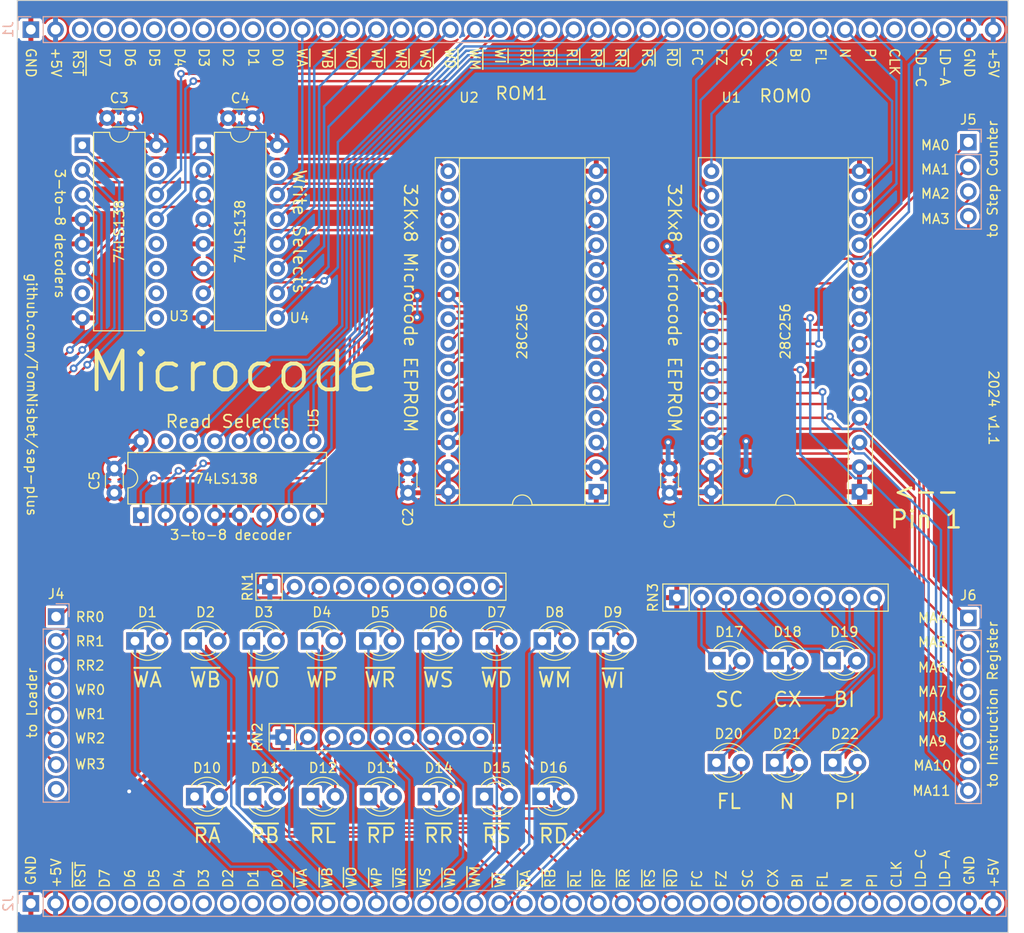
<source format=kicad_pcb>
(kicad_pcb (version 20240108) (generator "pcbnew") (generator_version "8.0")
  (title_block (title "SAP-Plus Microcode") (date "2024-11-30") (rev "1.1") (company "github.com/TomNisbet/sap-plus"))
  (layers (0 "F.Cu" signal) (31 "B.Cu" signal) (34 "B.Paste" user) (35 "F.Paste" user) (36 "B.SilkS" user "B.Silkscreen") (37 "F.SilkS" user "F.Silkscreen") (38 "B.Mask" user) (39 "F.Mask" user) (44 "Edge.Cuts" user))
  (net 0 "")
  (net 1 "+5V")
  (net 2 "PI")
  (net 3 "N")
  (net 4 "~{WA}")
  (net 5 "RR0")
  (net 6 "RR1")
  (net 7 "RR2")
  (net 8 "WR0")
  (net 9 "WR1")
  (net 10 "WR2")
  (net 11 "GND")
  (net 12 "MA3")
  (net 13 "MA2")
  (net 14 "MA1")
  (net 15 "MA0")
  (net 16 "MA11")
  (net 17 "MA10")
  (net 18 "MA9")
  (net 19 "MA8")
  (net 20 "MA7")
  (net 21 "MA6")
  (net 22 "MA5")
  (net 23 "MA4")
  (net 24 "~{WB}")
  (net 25 "~{WO}")
  (net 26 "~{WR}")
  (net 27 "~{WM}")
  (net 28 "~{WP}")
  (net 29 "Net-(D7-A)")
  (net 30 "~{WI}")
  (net 31 "~{RA}")
  (net 32 "Net-(D9-A)")
  (net 33 "~{RB}")
  (net 34 "Net-(D10-A)")
  (net 35 "Net-(D11-A)")
  (net 36 "~{RL}")
  (net 37 "Net-(D12-A)")
  (net 38 "~{RR}")
  (net 39 "Net-(D13-A)")
  (net 40 "~{RS}")
  (net 41 "Net-(D14-A)")
  (net 42 "~{RP}")
  (net 43 "~{WS}")
  (net 44 "~{WD}")
  (net 45 "LD-ACT")
  (net 46 "Net-(D8-A)")
  (net 47 "Net-(D15-A)")
  (net 48 "FL")
  (net 49 "BI")
  (net 50 "~{RD}")
  (net 51 "Net-(D16-A)")
  (net 52 "SC")
  (net 60 "CX")
  (net 61 "WR3")
  (net 94 "Net-(D1-A)")
  (net 95 "Net-(D2-A)")
  (net 96 "Net-(D3-A)")
  (net 97 "Net-(D4-A)")
  (net 98 "Net-(D5-A)")
  (net 99 "Net-(D6-A)")
  (net 100 "Net-(D17-K)")
  (net 101 "Net-(D18-K)")
  (net 102 "Net-(D19-K)")
  (net 103 "Net-(D20-K)")
  (net 104 "Net-(D21-K)")
  (net 105 "Net-(D22-K)")
  (footprint "Capacitor_THT:C_Disc_D3.0mm_W1.6mm_P2.50mm" (layer "F.Cu") (at 152.146 91.206 -90)
    (property "Reference" "C1")
    (property "Value" "0.1uF")
  )
  (footprint "Capacitor_THT:C_Disc_D3.0mm_W1.6mm_P2.50mm" (layer "F.Cu") (at 125.222 91.206 -90)
    (property "Reference" "C2")
    (property "Value" "0.1uF")
  )
  (footprint "Capacitor_THT:C_Disc_D3.0mm_W1.6mm_P2.50mm" (layer "F.Cu") (at 94.244 55.103)
    (property "Reference" "C3")
    (property "Value" "0.1uF")
  )
  (footprint "Package_DIP:DIP-28_W15.24mm_Socket" (layer "F.Cu") (at 144.6 93.6 180)
    (property "Reference" "U2")
    (property "Value" "28C256")
  )
  (footprint "Package_DIP:DIP-28_W15.24mm_Socket" (layer "F.Cu") (at 171.7 93.6 180)
    (property "Reference" "U1")
    (property "Value" "28C256")
  )
  (footprint "LED_THT:LED_D3.0mm" (layer "F.Cu") (at 97.117 108.966)
    (property "Reference" "D1")
    (property "Value" "~{WA}")
  )
  (footprint "LED_THT:LED_D3.0mm" (layer "F.Cu") (at 103.106625 108.966)
    (property "Reference" "D2")
    (property "Value" "~{WB}")
  )
  (footprint "LED_THT:LED_D3.0mm" (layer "F.Cu") (at 109.09625 108.966)
    (property "Reference" "D3")
    (property "Value" "~{WO}")
  )
  (footprint "LED_THT:LED_D3.0mm" (layer "F.Cu") (at 115.085875 108.966)
    (property "Reference" "D4")
    (property "Value" "~{WP}")
  )
  (footprint "LED_THT:LED_D3.0mm" (layer "F.Cu") (at 121.0755 108.966)
    (property "Reference" "D5")
    (property "Value" "~{WR}")
  )
  (footprint "LED_THT:LED_D3.0mm" (layer "F.Cu") (at 127.065125 108.966)
    (property "Reference" "D6")
    (property "Value" "~{WS}")
  )
  (footprint "LED_THT:LED_D3.0mm" (layer "F.Cu") (at 133.05475 108.966)
    (property "Reference" "D7")
    (property "Value" "~{WD}")
  )
  (footprint "LED_THT:LED_D3.0mm" (layer "F.Cu") (at 103.263001 125)
    (property "Reference" "D10")
    (property "Value" "~{RA}")
  )
  (footprint "LED_THT:LED_D3.0mm" (layer "F.Cu") (at 109.226334 125)
    (property "Reference" "D11")
    (property "Value" "~{RB}")
  )
  (footprint "LED_THT:LED_D3.0mm" (layer "F.Cu") (at 115.189667 125)
    (property "Reference" "D12")
    (property "Value" "~{RL}")
  )
  (footprint "LED_THT:LED_D3.0mm" (layer "F.Cu") (at 121.153 125)
    (property "Reference" "D13")
    (property "Value" "~{RP}")
  )
  (footprint "LED_THT:LED_D3.0mm" (layer "F.Cu") (at 127.116333 125)
    (property "Reference" "D14")
    (property "Value" "~{RR}")
  )
  (footprint "LED_THT:LED_D3.0mm" (layer "F.Cu") (at 133.079666 125)
    (property "Reference" "D15")
    (property "Value" "~{RS}")
  )
  (footprint "LED_THT:LED_D3.0mm" (layer "F.Cu") (at 139.044375 108.966)
    (property "Reference" "D8")
    (property "Value" "~{WM}")
  )
  (footprint "LED_THT:LED_D3.0mm" (layer "F.Cu") (at 157.024334 110.998)
    (property "Reference" "D17")
    (property "Value" "SC")
  )
  (footprint "LED_THT:LED_D3.0mm" (layer "F.Cu") (at 163.024334 110.998)
    (property "Reference" "D18")
    (property "Value" "CX")
  )
  (footprint "LED_THT:LED_D3.0mm" (layer "F.Cu") (at 168.866334 110.998)
    (property "Reference" "D19")
    (property "Value" "BI")
  )
  (footprint "LED_THT:LED_D3.0mm" (layer "F.Cu") (at 156.972 121.5)
    (property "Reference" "D20")
    (property "Value" "FL")
  )
  (footprint "LED_THT:LED_D3.0mm" (layer "F.Cu") (at 162.958666 121.5)
    (property "Reference" "D21")
    (property "Value" "N")
  )
  (footprint "LED_THT:LED_D3.0mm" (layer "F.Cu") (at 168.945334 121.5)
    (property "Reference" "D22")
    (property "Value" "PI")
  )
  (footprint "Package_DIP:DIP-16_W7.62mm" (layer "F.Cu") (at 91.694 57.912)
    (property "Reference" "U3")
    (property "Value" "74LS138")
  )
  (footprint "Resistor_THT:R_Array_SIP9" (layer "F.Cu") (at 112.368001 118.872)
    (property "Reference" "RN2")
    (property "Value" "R_GRN")
  )
  (footprint "LED_THT:LED_D3.0mm" (layer "F.Cu") (at 145.034 108.966)
    (property "Reference" "D9")
    (property "Value" "~{WI}")
  )
  (footprint "Capacitor_THT:C_Disc_D3.0mm_W1.6mm_P2.50mm" (layer "F.Cu") (at 94.996 93.706 90)
    (property "Reference" "C5")
    (property "Value" "0.1uF")
  )
  (footprint "Package_DIP:DIP-16_W7.62mm" (layer "F.Cu") (at 97.72 96.012 90)
    (property "Reference" "U5")
    (property "Value" "74LS138")
  )
  (footprint "Resistor_THT:R_Array_SIP9" (layer "F.Cu") (at 152.893 104.5)
    (property "Reference" "RN3")
    (property "Value" "R_BLU")
  )
  (footprint "Resistor_THT:R_Array_SIP10" (layer "F.Cu") (at 111.003 103.378)
    (property "Reference" "RN1")
    (property "Value" "R_RED")
  )
  (footprint "LED_THT:LED_D3.0mm" (layer "F.Cu") (at 138.928001 124.968)
    (property "Reference" "D16")
    (property "Value" "~{RD}")
  )
  (footprint "Package_DIP:DIP-16_W7.62mm" (layer "F.Cu") (at 104.14 57.912)
    (property "Reference" "U4")
    (property "Value" "74LS138")
  )
  (footprint "Capacitor_THT:C_Disc_D3.0mm_W1.6mm_P2.50mm" (layer "F.Cu") (at 106.7 55.118)
    (property "Reference" "C4")
    (property "Value" "0.1uF")
  )
  (footprint "Connector_PinHeader_2.54mm:PinHeader_1x40_P2.54mm_Vertical" (layer "B.Cu") (at 86.4 46 -90)
    (property "Reference" "J1")
    (property "Value" "Bus")
  )
  (footprint "Connector_PinHeader_2.54mm:PinHeader_1x04_P2.54mm_Vertical" (layer "B.Cu") (at 182.9 57.6 180)
    (property "Reference" "J5")
    (property "Value" "to Step Counter")
  )
  (footprint "Connector_PinHeader_2.54mm:PinHeader_1x40_P2.54mm_Vertical" (layer "B.Cu") (at 86.4 136 -90)
    (property "Reference" "J2")
    (property "Value" "Bus")
  )
  (footprint "Connector_PinHeader_2.54mm:PinHeader_1x08_P2.54mm_Vertical" (layer "B.Cu") (at 182.9 106.6 180)
    (property "Reference" "J6")
    (property "Value" "to Instruction Register")
  )
  (footprint "Connector_PinHeader_2.54mm:PinHeader_1x08_P2.54mm_Vertical" (layer "B.Cu") (at 89 106.46 180)
    (property "Reference" "J4")
    (property "Value" "to Loader")
  )
  (gr_line (start 85 139) (end 85 43) (stroke (width 0.1)) (layer "Edge.Cuts"))
  (gr_line (start 187 43) (end 187 139) (stroke (width 0.1)) (layer "Edge.Cuts"))
  (gr_line (start 85 43) (end 187 43) (stroke (width 0.1)) (layer "Edge.Cuts"))
  (gr_line (start 187 139) (end 85 139) (stroke (width 0.1)) (layer "Edge.Cuts"))
  (gr_text "GND" (at 86.4 134.2 90) (layer "F.SilkS") (effects (font (size 1 1)) (justify left)))
  (gr_text "+5V" (at 185.5 134.5 90) (layer "F.SilkS") (effects (font (size 1 1)) (justify left)))
  (gr_text "~{WP}" (at 122 47.8 270) (layer "F.SilkS") (effects (font (size 1 1)) (justify left)))
  (gr_text "~{WR}" (at 124.5 47.8 270) (layer "F.SilkS") (effects (font (size 1 1)) (justify left)))
  (gr_text "~{WM}" (at 132.1 47.8 270) (layer "F.SilkS") (effects (font (size 1 1)) (justify left)))
  (gr_text "~{RA}" (at 137.3 47.8 270) (layer "F.SilkS") (effects (font (size 1 1)) (justify left)))
  (gr_text "~{WI}" (at 134.7 47.8 270) (layer "F.SilkS") (effects (font (size 1 1)) (justify left)))
  (gr_text "~{WO}" (at 119.4 47.8 270) (layer "F.SilkS") (effects (font (size 1 1)) (justify left)))
  (gr_text "~{WB}" (at 116.9 47.8 270) (layer "F.SilkS") (effects (font (size 1 1)) (justify left)))
  (gr_text "~{RB}" (at 139.7 47.8 270) (layer "F.SilkS") (effects (font (size 1 1)) (justify left)))
  (gr_text "D2" (at 106.7 47.8 270) (layer "F.SilkS") (effects (font (size 1 1)) (justify left)))
  (gr_text "D7" (at 94 47.8 270) (layer "F.SilkS") (effects (font (size 1 1)) (justify left)))
  (gr_text "D6" (at 96.6 47.8 270) (layer "F.SilkS") (effects (font (size 1 1)) (justify left)))
  (gr_text "D3" (at 104.2 47.8 270) (layer "F.SilkS") (effects (font (size 1 1)) (justify left)))
  (gr_text "~{WA}" (at 114.3 47.8 270) (layer "F.SilkS") (effects (font (size 1 1)) (justify left)))
  (gr_text "D5" (at 99.1 47.8 270) (layer "F.SilkS") (effects (font (size 1 1)) (justify left)))
  (gr_text "D0" (at 111.8 47.8 270) (layer "F.SilkS") (effects (font (size 1 1)) (justify left)))
  (gr_text "D4" (at 101.7 47.8 270) (layer "F.SilkS") (effects (font (size 1 1)) (justify left)))
  (gr_text "GND" (at 86.4 47.8 270) (layer "F.SilkS") (effects (font (size 1 1)) (justify left)))
  (gr_text "CX" (at 162.6 47.8 270) (layer "F.SilkS") (effects (font (size 1 1)) (justify left)))
  (gr_text "+5V" (at 185.5 47.8 270) (layer "F.SilkS") (effects (font (size 1 1)) (justify left)))
  (gr_text "N" (at 170.2 47.8 270) (layer "F.SilkS") (effects (font (size 1 1)) (justify left)))
  (gr_text "FZ" (at 157.48 47.8 270) (layer "F.SilkS") (effects (font (size 1 1)) (justify left)))
  (gr_text "~{RST}" (at 91.25 48 270) (layer "F.SilkS") (effects (font (size 1 1)) (justify left)))
  (gr_text "BI" (at 165.1 47.8 270) (layer "F.SilkS") (effects (font (size 1 1)) (justify left)))
  (gr_text "PI" (at 172.8 47.8 270) (layer "F.SilkS") (effects (font (size 1 1)) (justify left)))
  (gr_text "~{RR}" (at 147.08 47.8 270) (layer "F.SilkS") (effects (font (size 1 1)) (justify left)))
  (gr_text "~{RP}" (at 144.58 47.8 270) (layer "F.SilkS") (effects (font (size 1 1)) (justify left)))
  (gr_text "CLK" (at 175.3 47.8 270) (layer "F.SilkS") (effects (font (size 1 1)) (justify left)))
  (gr_text "~{RL}" (at 142.08 47.8 270) (layer "F.SilkS") (effects (font (size 1 1)) (justify left)))
  (gr_text "SC" (at 160.02 47.8 270) (layer "F.SilkS") (effects (font (size 1 1)) (justify left)))
  (gr_text "FC" (at 154.98 47.8 270) (layer "F.SilkS") (effects (font (size 1 1)) (justify left)))
  (gr_text "FL" (at 167.7 47.8 270) (layer "F.SilkS") (effects (font (size 1 1)) (justify left)))
  (gr_text "D1" (at 109.3 47.8 270) (layer "F.SilkS") (effects (font (size 1 1)) (justify left)))
  (gr_text "2024 v${REVISION}" (at 185.5 81 270) (layer "F.SilkS") (effects (font (size 1 1)) (justify left)))
  (gr_text "${COMPANY}" (at 86.5 71 270) (layer "F.SilkS") (effects (font (size 1 1)) (justify left)))
  (gr_text "MA1" (at 179.5 60.4 0) (layer "F.SilkS") (effects (font (size 1 1))))
  (gr_text "MA2" (at 179.5 62.9 0) (layer "F.SilkS") (effects (font (size 1 1))))
  (gr_text "MA3" (at 179.5 65.5 0) (layer "F.SilkS") (effects (font (size 1 1))))
  (gr_text "MA11" (at 179.1 124.4 0) (layer "F.SilkS") (effects (font (size 1 1))))
  (gr_text "MA7" (at 179.2 114.2 0) (layer "F.SilkS") (effects (font (size 1 1))))
  (gr_text "MA8" (at 179.2 116.8 0) (layer "F.SilkS") (effects (font (size 1 1))))
  (gr_text "MA6" (at 179.2 111.7 0) (layer "F.SilkS") (effects (font (size 1 1))))
  (gr_text "MA5" (at 179.2 109.1 0) (layer "F.SilkS") (effects (font (size 1 1))))
  (gr_text "MA10" (at 179.2 121.8 0) (layer "F.SilkS") (effects (font (size 1 1))))
  (gr_text "MA4" (at 179.2 106.6 0) (layer "F.SilkS") (effects (font (size 1 1))))
  (gr_text "MA9" (at 179.2 119.3 0) (layer "F.SilkS") (effects (font (size 1 1))))
  (gr_text "N" (at 170.4 134.5 90) (layer "F.SilkS") (effects (font (size 1 1)) (justify left)))
  (gr_text "D7" (at 94 134.5 90) (layer "F.SilkS") (effects (font (size 1 1)) (justify left)))
  (gr_text "~{WB}" (at 116.9 134.5 90) (layer "F.SilkS") (effects (font (size 1 1)) (justify left)))
  (gr_text "~{WD}" (at 129.54 134.5 90) (layer "F.SilkS") (effects (font (size 1 1)) (justify left)))
  (gr_text "Write Selects" (at 113.284 66.802 -90) (layer "F.SilkS") (effects (font (size 1.3 1.3) (thickness 0.17)) (justify bottom)))
  (gr_text "32Kx8 Microcode EEPROM" (at 151.892 74.676 270) (layer "F.SilkS") (effects (font (size 1.3 1.3) (thickness 0.17)) (justify bottom)))
  (gr_text "~{WD}" (at 129.54 47.8 270) (layer "F.SilkS") (effects (font (size 1 1)) (justify left)))
  (gr_text "FZ" (at 157.48 134.5 90) (layer "F.SilkS") (effects (font (size 1 1)) (justify left)))
  (gr_text "Read Selects" (at 106.68 87.122 0) (layer "F.SilkS") (effects (font (size 1.3 1.3) (thickness 0.17)) (justify bottom)))
  (gr_text "D0" (at 111.8 134.5 90) (layer "F.SilkS") (effects (font (size 1 1)) (justify left)))
  (gr_text "BI" (at 165.3 134.5 90) (layer "F.SilkS") (effects (font (size 1 1)) (justify left)))
  (gr_text "~{RL}" (at 142.514 134.5 90) (layer "F.SilkS") (effects (font (size 1 1)) (justify left)))
  (gr_text "D2" (at 106.7 134.5 90) (layer "F.SilkS") (effects (font (size 1 1)) (justify left)))
  (gr_text "RR0" (at 92.5 106.5 0) (layer "F.SilkS") (effects (font (size 1 1))))
  (gr_text "32Kx8 Microcode EEPROM" (at 124.714 74.676 270) (layer "F.SilkS") (effects (font (size 1.3 1.3) (thickness 0.17)) (justify bottom)))
  (gr_text "~{RA}" (at 137.314 134.5 90) (layer "F.SilkS") (effects (font (size 1 1)) (justify left)))
  (gr_text "WR3" (at 92.5 121.666 0) (layer "F.SilkS") (effects (font (size 1 1))))
  (gr_text "RR1" (at 92.5 109 0) (layer "F.SilkS") (effects (font (size 1 1))))
  (gr_text "~{WM}" (at 132.114 134.5 90) (layer "F.SilkS") (effects (font (size 1 1)) (justify left)))
  (gr_text "~{WS}" (at 127 134.5 90) (layer "F.SilkS") (effects (font (size 1 1)) (justify left)))
  (gr_text "~{WO}" (at 119.4 134.5 90) (layer "F.SilkS") (effects (font (size 1 1)) (justify left)))
  (gr_text "~{RD}" (at 152.4 47.752 270) (layer "F.SilkS") (effects (font (size 1 1)) (justify left)))
  (gr_text "<--\nPin 1" (at 178.562 94.996 0) (layer "F.SilkS") (effects (font (size 1.8 1.8) (thickness 0.25))))
  (gr_text "~{RST}" (at 91.5 134.5 90) (layer "F.SilkS") (effects (font (size 1 1)) (justify left)))
  (gr_text "CLK" (at 175.5 134.5 90) (layer "F.SilkS") (effects (font (size 1 1)) (justify left)))
  (gr_text "RR2" (at 92.5 111.5 0) (layer "F.SilkS") (effects (font (size 1 1))))
  (gr_text "~{WA}" (at 114.3 134.5 90) (layer "F.SilkS") (effects (font (size 1 1)) (justify left)))
  (gr_text "~{RS}" (at 149.83 47.8 270) (layer "F.SilkS") (effects (font (size 1 1)) (justify left)))
  (gr_text "D6" (at 96.6 134.5 90) (layer "F.SilkS") (effects (font (size 1 1)) (justify left)))
  (gr_text "MA0" (at 179.5 57.9 0) (layer "F.SilkS") (effects (font (size 1 1))))
  (gr_text "D1" (at 109.3 134.5 90) (layer "F.SilkS") (effects (font (size 1 1)) (justify left)))
  (gr_text "~{RS}" (at 150.114 134.5 90) (layer "F.SilkS") (effects (font (size 1 1)) (justify left)))
  (gr_text "D4" (at 101.7 134.5 90) (layer "F.SilkS") (effects (font (size 1 1)) (justify left)))
  (gr_text "+5V" (at 89 134.5 90) (layer "F.SilkS") (effects (font (size 1 1)) (justify left)))
  (gr_text "LD-A" (at 180.5 134.5 90) (layer "F.SilkS") (effects (font (size 1 1)) (justify left)))
  (gr_text "~{WS}" (at 127 47.8 270) (layer "F.SilkS") (effects (font (size 1 1)) (justify left)))
  (gr_text "D5" (at 99.1 134.5 90) (layer "F.SilkS") (effects (font (size 1 1)) (justify left)))
  (gr_text "WR1" (at 92.5 116.5 0) (layer "F.SilkS") (effects (font (size 1 1))))
  (gr_text "~{RP}" (at 145.014 134.5 90) (layer "F.SilkS") (effects (font (size 1 1)) (justify left)))
  (gr_text "LD-A" (at 180.5 47.8 270) (layer "F.SilkS") (effects (font (size 1 1)) (justify left)))
  (gr_text "WR2" (at 92.5 119 0) (layer "F.SilkS") (effects (font (size 1 1))))
  (gr_text "~{RB}" (at 139.864 134.5 90) (layer "F.SilkS") (effects (font (size 1 1)) (justify left)))
  (gr_text "~{RR}" (at 147.514 134.5 90) (layer "F.SilkS") (effects (font (size 1 1)) (justify left)))
  (gr_text "PI" (at 173 134.5 90) (layer "F.SilkS") (effects (font (size 1 1)) (justify left)))
  (gr_text "FL" (at 167.9 134.5 90) (layer "F.SilkS") (effects (font (size 1 1)) (justify left)))
  (gr_text "GND" (at 183 134.2 90) (layer "F.SilkS") (effects (font (size 1 1)) (justify left)))
  (gr_text "CX" (at 162.8 134.5 90) (layer "F.SilkS") (effects (font (size 1 1)) (justify left)))
  (gr_text "Microcode" (at 91.948 83.566 0) (layer "F.SilkS") (effects (font (size 4 4) (thickness 0.4)) (justify left bottom)))
  (gr_text "~{RD}" (at 152.4 134.5 90) (layer "F.SilkS") (effects (font (size 1 1)) (justify left)))
  (gr_text "~{WI}" (at 134.714 134.5 90) (layer "F.SilkS") (effects (font (size 1 1)) (justify left)))
  (gr_text "FC" (at 154.98 134.5 90) (layer "F.SilkS") (effects (font (size 1 1)) (justify left)))
  (gr_text "LD-C" (at 178 134.5 90) (layer "F.SilkS") (effects (font (size 1 1)) (justify left)))
  (gr_text "LD-C" (at 178 47.8 270) (layer "F.SilkS") (effects (font (size 1 1)) (justify left)))
  (gr_text "SC" (at 160.2 134.5 90) (layer "F.SilkS") (effects (font (size 1 1)) (justify left)))
  (gr_text "D3" (at 104.2 134.5 90) (layer "F.SilkS") (effects (font (size 1 1)) (justify left)))
  (gr_text "WR0" (at 92.5 114 0) (layer "F.SilkS") (effects (font (size 1 1))))
  (gr_text "+5V" (at 89 47.75 270) (layer "F.SilkS") (effects (font (size 1 1)) (justify left)))
  (gr_text "~{WP}" (at 122 134.5 90) (layer "F.SilkS") (effects (font (size 1 1)) (justify left)))
  (gr_text "GND" (at 183 47.8 270) (layer "F.SilkS") (effects (font (size 1 1)) (justify left)))
  (gr_text "~{WR}" (at 124.5 134.5 90) (layer "F.SilkS") (effects (font (size 1 1)) (justify left)))
  (segment (start 94.996 91.116) (end 97.72 88.392) (width 0.5) (layer "F.Cu") (net 1))
  (segment (start 109.2 55.352) (end 111.76 57.912) (width 0.5) (layer "F.Cu") (net 1))
  (segment (start 96.744 55.342) (end 99.314 57.912) (width 0.5) (layer "F.Cu") (net 1))
  (segment (start 102.108 118.872) (end 96.52 124.46) (width 0.5) (layer "F.Cu") (net 1))
  (segment (start 94.996 91.206) (end 94.996 91.116) (width 0.5) (layer "F.Cu") (net 1))
  (segment (start 129.254 93.706) (end 129.36 93.6) (width 0.5) (layer "F.Cu") (net 1))
  (segment (start 125.222 93.706) (end 129.254 93.706) (width 0.5) (layer "F.Cu") (net 1))
  (segment (start 156.354 93.706) (end 156.46 93.6) (width 0.5) (layer "F.Cu") (net 1))
  (segment (start 96.744 55.103) (end 96.744 55.342) (width 0.5) (layer "F.Cu") (net 1))
  (segment (start 152.146 93.706) (end 156.354 93.706) (width 0.5) (layer "F.Cu") (net 1))
  (segment (start 112.368001 118.872) (end 102.108 118.872) (width 0.5) (layer "F.Cu") (net 1))
  (segment (start 109.2 55.118) (end 109.2 55.352) (width 0.5) (layer "F.Cu") (net 1))
  (via (at 96.52 124.46) (size 0.8) (drill 0.4) (layers "F.Cu" "B.Cu") (net 1))
  (segment (start 172.76 124.26) (end 171.485334 122.985334) (width 0.25) (layer "F.Cu") (net 2))
  (segment (start 172.76 136) (end 172.76 124.26) (width 0.25) (layer "F.Cu") (net 2))
  (segment (start 171.485334 122.985334) (end 171.485334 121.5) (width 0.25) (layer "F.Cu") (net 2))
  (segment (start 176 63.9) (end 176 49.24) (width 0.25) (layer "B.Cu") (net 2))
  (segment (start 176 49.24) (end 172.76 46) (width 0.25) (layer "B.Cu") (net 2))
  (segment (start 171.7 68.2) (end 176 63.9) (width 0.25) (layer "B.Cu") (net 2))
  (segment (start 170.22 130.22) (end 164.736666 124.736666) (width 0.25) (layer "F.Cu") (net 3))
  (segment (start 164.736666 124.736666) (end 164.736666 122.262) (width 0.25) (layer "F.Cu") (net 3))
  (segment (start 170.22 136) (end 170.22 130.22) (width 0.25) (layer "F.Cu") (net 3))
  (segment (start 164.736666 122.262) (end 165.498666 121.5) (width 0.25) (layer "F.Cu") (net 3))
  (segment (start 175.5 51.28) (end 170.22 46) (width 0.25) (layer "B.Cu") (net 3))
  (segment (start 175.5 61.86) (end 175.5 51.28) (width 0.25) (layer "B.Cu") (net 3))
  (segment (start 171.7 65.66) (end 175.5 61.86) (width 0.25) (layer "B.Cu") (net 3))
  (segment (start 114.34 135.63) (end 110.925 132.215) (width 0.25) (layer "B.Cu") (net 4))
  (segment (start 114.34 46) (end 114.34 60.412) (width 0.25) (layer "B.Cu") (net 4))
  (segment (start 114.34 60.412) (end 111.76 62.992) (width 0.25) (layer "B.Cu") (net 4))
  (segment (start 114.34 136) (end 114.34 135.63) (width 0.25) (layer "B.Cu") (net 4))
  (segment (start 106.975 132.215) (end 97.117 122.357) (width 0.25) (layer "B.Cu") (net 4))
  (segment (start 97.117 122.357) (end 97.117 108.966) (width 0.25) (layer "B.Cu") (net 4))
  (segment (start 110.925 132.215) (end 106.975 132.215) (width 0.25) (layer "B.Cu") (net 4))
  (segment (start 89 106.46) (end 89.374 106.46) (width 0.25) (layer "F.Cu") (net 5))
  (segment (start 99.06 92.202) (end 116.586 92.202) (width 0.25) (layer "F.Cu") (net 5))
  (segment (start 120.142 78.106396) (end 123.748396 74.5) (width 0.25) (layer "F.Cu") (net 5))
  (segment (start 123.748396 74.5) (end 138.3 74.5) (width 0.25) (layer "F.Cu") (net 5))
  (segment (start 138.3 74.5) (end 144.6 68.2) (width 0.25) (layer "F.Cu") (net 5))
  (segment (start 89.374 106.46) (end 97.72 98.114) (width 0.25) (layer "F.Cu") (net 5))
  (segment (start 116.586 92.202) (end 120.142 88.646) (width 0.25) (layer "F.Cu") (net 5))
  (segment (start 120.142 88.646) (end 120.142 78.106396) (width 0.25) (layer "F.Cu") (net 5))
  (segment (start 97.72 98.114) (end 97.72 96.012) (width 0.25) (layer "F.Cu") (net 5))
  (via (at 99.06 92.202) (size 0.8) (drill 0.4) (layers "F.Cu" "B.Cu") (net 5))
  (segment (start 99.06 92.202) (end 97.72 93.542) (width 0.25) (layer "B.Cu") (net 5))
  (segment (start 97.72 93.542) (end 97.72 96.012) (width 0.25) (layer "B.Cu") (net 5))
  (segment (start 119.692 88.459604) (end 119.692 77.92) (width 0.25) (layer "F.Cu") (net 6))
  (segment (start 138.26 72) (end 144.6 65.66) (width 0.25) (layer "F.Cu") (net 6))
  (segment (start 125.612 72) (end 138.26 72) (width 0.25) (layer "F.Cu") (net 6))
  (segment (start 119.692 77.92) (end 125.612 72) (width 0.25) (layer "F.Cu") (net 6))
  (segment (start 116.711604 91.44) (end 119.692 88.459604) (width 0.25) (layer "F.Cu") (net 6))
  (segment (start 100.26 97.74) (end 100.26 96.012) (width 0.25) (layer "F.Cu") (net 6))
  (segment (start 101.6 91.44) (end 116.711604 91.44) (width 0.25) (layer "F.Cu") (net 6))
  (segment (start 89 109) (end 100.26 97.74) (width 0.25) (layer "F.Cu") (net 6))
  (via (at 101.6 91.44) (size 0.8) (drill 0.4) (layers "F.Cu" "B.Cu") (net 6))
  (segment (start 100.26 92.78) (end 100.26 96.012) (width 0.25) (layer "B.Cu") (net 6))
  (segment (start 101.6 91.44) (end 100.26 92.78) (width 0.25) (layer "B.Cu") (net 6))
  (segment (start 116.837208 90.678) (end 119.242 88.273208) (width 0.25) (layer "F.Cu") (net 7))
  (segment (start 119.242 88.273208) (end 119.242 77.608) (width 0.25) (layer "F.Cu") (net 7))
  (segment (start 102.8 97.74) (end 102.8 96.012) (width 0.25) (layer "F.Cu") (net 7))
  (segment (start 119.242 77.608) (end 127.35 69.5) (width 0.25) (layer "F.Cu") (net 7))
  (segment (start 89 111.54) (end 102.8 97.74) (width 0.25) (layer "F.Cu") (net 7))
  (segment (start 104.14 90.678) (end 116.837208 90.678) (width 0.25) (layer "F.Cu") (net 7))
  (segment (start 127.35 69.5) (end 138.22 69.5) (width 0.25) (layer "F.Cu") (net 7))
  (segment (start 138.22 69.5) (end 144.6 63.12) (width 0.25) (layer "F.Cu") (net 7))
  (via (at 104.14 90.678) (size 0.8) (drill 0.4) (layers "F.Cu" "B.Cu") (net 7))
  (segment (start 102.8 92.018) (end 102.8 96.012) (width 0.25) (layer "B.Cu") (net 7))
  (segment (start 104.14 90.678) (end 102.8 92.018) (width 0.25) (layer "B.Cu") (net 7))
  (segment (start 87.884 84.836) (end 87.884 105.226) (width 0.25) (layer "F.Cu") (net 8))
  (segment (start 102.87 59.182) (end 104.14 57.912) (width 0.25) (layer "F.Cu") (net 8))
  (segment (start 91.694 57.912) (end 92.964 59.182) (width 0.25) (layer "F.Cu") (net 8))
  (segment (start 92.202 80.518) (end 87.884 84.836) (width 0.25) (layer "F.Cu") (net 8))
  (segment (start 104.14 57.912) (end 105.555 59.327) (width 0.25) (layer "F.Cu") (net 8))
  (segment (start 87.825 105.285) (end 87.825 112.905) (width 0.25) (layer "F.Cu") (net 8))
  (segment (start 92.964 59.182) (end 102.87 59.182) (width 0.25) (layer "F.Cu") (net 8))
  (segment (start 105.555 59.327) (end 128.107 59.327) (width 0.25) (layer "F.Cu") (net 8))
  (segment (start 87.884 105.226) (end 87.825 105.285) (width 0.25) (layer "F.Cu") (net 8))
  (segment (start 87.825 112.905) (end 89 114.08) (width 0.25) (layer "F.Cu") (net 8))
  (segment (start 128.107 59.327) (end 129.36 60.58) (width 0.25) (layer "F.Cu") (net 8))
  (via (at 92.202 80.518) (size 0.8) (drill 0.4) (layers "F.Cu" "B.Cu") (net 8))
  (segment (start 95.504 77.216) (end 95.504 61.722) (width 0.25) (layer "B.Cu") (net 8))
  (segment (start 92.202 80.518) (end 95.504 77.216) (width 0.25) (layer "B.Cu") (net 8))
  (segment (start 95.504 61.722) (end 91.694 57.912) (width 0.25) (layer "B.Cu") (net 8))
  (segment (start 102.87 61.722) (end 104.14 60.452) (width 0.25) (layer "F.Cu") (net 9))
  (segment (start 105.555 61.867) (end 128.107 61.867) (width 0.25) (layer "F.Cu") (net 9))
  (segment (start 87.376 105.097604) (end 87.375 105.098604) (width 0.25) (layer "F.Cu") (net 9))
  (segment (start 91.694 60.452) (end 92.964 61.722) (width 0.25) (layer "F.Cu") (net 9))
  (segment (start 87.376 84.328) (end 87.376 105.097604) (width 0.25) (layer "F.Cu") (net 9))
  (segment (start 92.964 61.722) (end 102.87 61.722) (width 0.25) (layer "F.Cu") (net 9))
  (segment (start 87.375 114.995) (end 89 116.62) (width 0.25) (layer "F.Cu") (net 9))
  (segment (start 90.800347 80.894347) (end 90.800347 80.903653) (width 0.25) (layer "F.Cu") (net 9))
  (segment (start 128.107 61.867) (end 129.36 63.12) (width 0.25) (layer "F.Cu") (net 9))
  (segment (start 104.14 60.452) (end 105.555 61.867) (width 0.25) (layer "F.Cu") (net 9))
  (segment (start 87.375 105.098604) (end 87.375 114.995) (width 0.25) (layer "F.Cu") (net 9))
  (segment (start 90.800347 80.903653) (end 87.376 84.328) (width 0.25) (layer "F.Cu") (net 9))
  (via (at 90.800347 80.894347) (size 0.8) (drill 0.4) (layers "F.Cu" "B.Cu") (net 9))
  (segment (start 90.800347 80.894347) (end 91.901694 79.793) (width 0.25) (layer "B.Cu") (net 9))
  (segment (start 91.901694 79.793) (end 91.911 79.793) (width 0.25) (layer "B.Cu") (net 9))
  (segment (start 94.996 63.754) (end 91.694 60.452) (width 0.25) (layer "B.Cu") (net 9))
  (segment (start 94.996 76.708) (end 94.996 63.754) (width 0.25) (layer "B.Cu") (net 9))
  (segment (start 91.911 79.793) (end 94.996 76.708) (width 0.25) (layer "B.Cu") (net 9))
  (segment (start 102.87 64.262) (end 104.14 62.992) (width 0.25) (layer "F.Cu") (net 10))
  (segment (start 127.817 64.117) (end 129.36 65.66) (width 0.25) (layer "F.Cu") (net 10))
  (segment (start 91.689347 78.989347) (end 91.680042 78.989347) (width 0.25) (layer "F.Cu") (net 10))
  (segment (start 91.694 62.992) (end 92.964 64.262) (width 0.25) (layer "F.Cu") (net 10))
  (segment (start 92.964 64.262) (end 102.87 64.262) (width 0.25) (layer "F.Cu") (net 10))
  (segment (start 105.265 64.117) (end 127.817 64.117) (width 0.25) (layer "F.Cu") (net 10))
  (segment (start 104.14 62.992) (end 105.265 64.117) (width 0.25) (layer "F.Cu") (net 10))
  (segment (start 86.868 83.801389) (end 86.868 117.028) (width 0.25) (layer "F.Cu") (net 10))
  (segment (start 91.680042 78.989347) (end 86.868 83.801389) (width 0.25) (layer "F.Cu") (net 10))
  (segment (start 86.868 117.028) (end 89 119.16) (width 0.25) (layer "F.Cu") (net 10))
  (via (at 91.689347 78.989347) (size 0.8) (drill 0.4) (layers "F.Cu" "B.Cu") (net 10))
  (segment (start 91.694 62.992) (end 93.668 64.966) (width 0.25) (layer "B.Cu") (net 10))
  (segment (start 93.668 64.966) (end 93.668 77.010694) (width 0.25) (layer "B.Cu") (net 10))
  (segment (start 93.668 77.010694) (end 91.689347 78.989347) (width 0.25) (layer "B.Cu") (net 10))
  (via (at 126.15 75.63) (size 0.8) (drill 0.4) (layers "F.Cu" "B.Cu") (net 11))
  (via (at 126.18 73.41) (size 0.8) (drill 0.4) (layers "F.Cu" "B.Cu") (net 11))
  (via (at 160.02 88.392) (size 0.8) (drill 0.4) (layers "F.Cu" "B.Cu") (net 11))
  (via (at 151.892 68.326) (size 0.8) (drill 0.4) (layers "F.Cu" "B.Cu") (net 11))
  (via (at 152 88.5) (size 0.8) (drill 0.4) (layers "F.Cu" "B.Cu") (net 11))
  (via (at 160.02 91.44) (size 0.8) (drill 0.4) (layers "F.Cu" "B.Cu") (net 11))
  (segment (start 130.485 87.395) (end 129.36 88.52) (width 0.25) (layer "B.Cu") (net 11))
  (segment (start 160.02 88.392) (end 160.02 91.44) (width 0.5) (layer "B.Cu") (net 11))
  (segment (start 130.485 74.405) (end 130.485 87.395) (width 0.25) (layer "B.Cu") (net 11))
  (segment (start 129.36 73.28) (end 130.485 74.405) (width 0.25) (layer "B.Cu") (net 11))
  (segment (start 126.15 75.63) (end 126.18 75.6) (width 0.25) (layer "B.Cu") (net 11))
  (segment (start 156.46 73.28) (end 157.585 74.405) (width 0.25) (layer "B.Cu") (net 11))
  (segment (start 126.18 75.6) (end 126.18 73.41) (width 0.25) (layer "B.Cu") (net 11))
  (segment (start 157.585 74.405) (end 157.585 87.395) (width 0.25) (layer "B.Cu") (net 11))
  (segment (start 151.892 68.326) (end 151.892 68.712) (width 0.25) (layer "B.Cu") (net 11))
  (segment (start 152 88.5) (end 152 91.06) (width 0.5) (layer "B.Cu") (net 11))
  (segment (start 152 91.06) (end 152.146 91.206) (width 0.5) (layer "B.Cu") (net 11))
  (segment (start 151.892 68.712) (end 156.46 73.28) (width 0.25) (layer "B.Cu") (net 11))
  (segment (start 157.585 87.395) (end 156.46 88.52) (width 0.25) (layer "B.Cu") (net 11))
  (segment (start 182.9 65.22) (end 182.9 67.16) (width 0.25) (layer "F.Cu") (net 12))
  (segment (start 170.285 79.775) (end 146.015 79.775) (width 0.25) (layer "F.Cu") (net 12))
  (segment (start 171.7 78.36) (end 170.285 79.775) (width 0.25) (layer "F.Cu") (net 12))
  (segment (start 146.015 79.775) (end 144.6 78.36) (width 0.25) (layer "F.Cu") (net 12))
  (segment (start 182.9 67.16) (end 171.7 78.36) (width 0.25) (layer "F.Cu") (net 12))
  (segment (start 175 71.458299) (end 175 72.52) (width 0.25) (layer "F.Cu") (net 13))
  (segment (start 182.9 63.558299) (end 175 71.458299) (width 0.25) (layer "F.Cu") (net 13))
  (segment (start 145.725 76.945) (end 144.6 75.82) (width 0.25) (layer "F.Cu") (net 13))
  (segment (start 175 72.52) (end 171.7 75.82) (width 0.25) (layer "F.Cu") (net 13))
  (segment (start 170.575 76.945) (end 145.725 76.945) (width 0.25) (layer "F.Cu") (net 13))
  (segment (start 182.9 62.68) (end 182.9 63.558299) (width 0.25) (layer "F.Cu") (net 13))
  (segment (start 171.7 75.82) (end 170.575 76.945) (width 0.25) (layer "F.Cu") (net 13))
  (segment (start 171.7 73.28) (end 170.556 72.136) (width 0.25) (layer "F.Cu") (net 14))
  (segment (start 182.9 60.14) (end 174 69.04) (width 0.25) (layer "F.Cu") (net 14))
  (segment (start 170.556 72.136) (end 145.744 72.136) (width 0.25) (layer "F.Cu") (net 14))
  (segment (start 145.744 72.136) (end 144.6 73.28) (width 0.25) (layer "F.Cu") (net 14))
  (segment (start 174 69.04) (end 174 70.98) (width 0.25) (layer "F.Cu") (net 14))
  (segment (start 174 70.98) (end 171.7 73.28) (width 0.25) (layer "F.Cu") (net 14))
  (segment (start 145.744 69.596) (end 144.6 70.74) (width 0.25) (layer "F.Cu") (net 15))
  (segment (start 172.825 69.615) (end 171.7 70.74) (width 0.25) (layer "F.Cu") (net 15))
  (segment (start 170.556 69.596) (end 145.744 69.596) (width 0.25) (layer "F.Cu") (net 15))
  (segment (start 182.9 57.6) (end 172.825 67.675) (width 0.25) (layer "F.Cu") (net 15))
  (segment (start 172.825 67.675) (end 172.825 69.615) (width 0.25) (layer "F.Cu") (net 15))
  (segment (start 171.7 70.74) (end 170.556 69.596) (width 0.25) (layer "F.Cu") (net 15))
  (segment (start 130.485 79.775) (end 129.36 80.9) (width 0.25) (layer "F.Cu") (net 16))
  (segment (start 156.46 80.9) (end 146.190991 80.9) (width 0.25) (layer "F.Cu") (net 16))
  (segment (start 156.586 81.026) (end 156.46 80.9) (width 0.25) (layer "F.Cu") (net 16))
  (segment (start 145.065991 79.775) (end 130.485 79.775) (width 0.25) (layer "F.Cu") (net 16))
  (segment (start 165.608 81.026) (end 156.586 81.026) (width 0.25) (layer "F.Cu") (net 16))
  (segment (start 146.190991 80.9) (end 145.065991 79.775) (width 0.25) (layer "F.Cu") (net 16))
  (via (at 165.608 81.026) (size 0.8) (drill 0.4) (layers "F.Cu" "B.Cu") (net 16))
  (segment (start 178.816 102.966) (end 178.816 120.296) (width 0.25) (layer "B.Cu") (net 16))
  (segment (start 165.608 89.758) (end 178.816 102.966) (width 0.25) (layer "B.Cu") (net 16))
  (segment (start 178.816 120.296) (end 182.9 124.38) (width 0.25) (layer "B.Cu") (net 16))
  (segment (start 165.608 81.026) (end 165.608 89.758) (width 0.25) (layer "B.Cu") (net 16))
  (segment (start 129.43 75.75) (end 129.36 75.82) (width 0.25) (layer "F.Cu") (net 17))
  (segment (start 166.496 75.82) (end 156.46 75.82) (width 0.25) (layer "F.Cu") (net 17))
  (segment (start 166.624 75.692) (end 166.496 75.82) (width 0.25) (layer "F.Cu") (net 17))
  (segment (start 143.469504 74.695) (end 142.414504 75.75) (width 0.25) (layer "F.Cu") (net 17))
  (segment (start 142.414504 75.75) (end 129.43 75.75) (width 0.25) (layer "F.Cu") (net 17))
  (segment (start 156.46 75.82) (end 155.335 74.695) (width 0.25) (layer "F.Cu") (net 17))
  (segment (start 155.335 74.695) (end 143.469504 74.695) (width 0.25) (layer "F.Cu") (net 17))
  (via (at 166.624 75.692) (size 0.8) (drill 0.4) (layers "F.Cu" "B.Cu") (net 17))
  (segment (start 179.578 99.228) (end 172.552 92.202) (width 0.25) (layer "B.Cu") (net 17))
  (segment (start 182.9 121.84) (end 179.578 118.518) (width 0.25) (layer "B.Cu") (net 17))
  (segment (start 179.578 118.518) (end 179.578 99.228) (width 0.25) (layer "B.Cu") (net 17))
  (segment (start 172.552 92.202) (end 171.251009 92.202) (width 0.25) (layer "B.Cu") (net 17))
  (segment (start 171.251009 92.202) (end 166.624 87.574991) (width 0.25) (layer "B.Cu") (net 17))
  (segment (start 166.624 87.574991) (end 166.624 75.692) (width 0.25) (layer "B.Cu") (net 17))
  (segment (start 130.485 82.315) (end 129.36 83.44) (width 0.25) (layer "F.Cu") (net 18))
  (segment (start 156.46 83.44) (end 146.190991 83.44) (width 0.25) (layer "F.Cu") (net 18))
  (segment (start 146.190991 83.44) (end 145.065991 82.315) (width 0.25) (layer "F.Cu") (net 18))
  (segment (start 167.766 83.44) (end 156.46 83.44) (width 0.25) (layer "F.Cu") (net 18))
  (segment (start 145.065991 82.315) (end 130.485 82.315) (width 0.25) (layer "F.Cu") (net 18))
  (segment (start 167.894 83.312) (end 167.766 83.44) (width 0.25) (layer "F.Cu") (net 18))
  (via (at 167.894 83.312) (size 0.8) (drill 0.4) (layers "F.Cu" "B.Cu") (net 18))
  (segment (start 167.894 86.304991) (end 167.894 83.312) (width 0.25) (layer "B.Cu") (net 18))
  (segment (start 180.086 97.565009) (end 172.165991 89.645) (width 0.25) (layer "B.Cu") (net 18))
  (segment (start 171.234009 89.645) (end 167.894 86.304991) (width 0.25) (layer "B.Cu") (net 18))
  (segment (start 172.165991 89.645) (end 171.234009 89.645) (width 0.25) (layer "B.Cu") (net 18))
  (segment (start 180.086 116.486) (end 180.086 97.565009) (width 0.25) (layer "B.Cu") (net 18))
  (segment (start 182.9 119.3) (end 180.086 116.486) (width 0.25) (layer "B.Cu") (net 18))
  (segment (start 168.528 85.98) (end 156.46 85.98) (width 0.25) (layer "F.Cu") (net 19))
  (segment (start 168.656 85.852) (end 168.528 85.98) (width 0.25) (layer "F.Cu") (net 19))
  (segment (start 130.485 84.855) (end 129.36 85.98) (width 0.25) (layer "F.Cu") (net 19))
  (segment (start 156.46 85.98) (end 146.190991 85.98) (width 0.25) (layer "F.Cu") (net 19))
  (segment (start 145.065991 84.855) (end 130.485 84.855) (width 0.25) (layer "F.Cu") (net 19))
  (segment (start 146.190991 85.98) (end 145.065991 84.855) (width 0.25) (layer "F.Cu") (net 19))
  (via (at 168.656 85.852) (size 0.8) (drill 0.4) (layers "F.Cu" "B.Cu") (net 19))
  (segment (start 182.9 116.76) (end 180.848 114.708) (width 0.25) (layer "B.Cu") (net 19))
  (segment (start 180.848 114.708) (end 180.848 96.077009) (width 0.25) (layer "B.Cu") (net 19))
  (segment (start 169.926 87.122) (end 168.656 85.852) (width 0.25) (layer "B.Cu") (net 19))
  (segment (start 180.848 96.077009) (end 171.892991 87.122) (width 0.25) (layer "B.Cu") (net 19))
  (segment (start 171.892991 87.122) (end 169.926 87.122) (width 0.25) (layer "B.Cu") (net 19))
  (segment (start 145.742 89.662) (end 144.6 88.52) (width 0.25) (layer "F.Cu") (net 20))
  (segment (start 177.408 108.728) (end 177.408 94.228) (width 0.25) (layer "F.Cu") (net 20))
  (segment (start 182.9 114.22) (end 177.408 108.728) (width 0.25) (layer "F.Cu") (net 20))
  (segment (start 177.408 94.228) (end 171.7 88.52) (width 0.25) (layer "F.Cu") (net 20))
  (segment (start 170.558 89.662) (end 145.742 89.662) (width 0.25) (layer "F.Cu") (net 20))
  (segment (start 171.7 88.52) (end 170.558 89.662) (width 0.25) (layer "F.Cu") (net 20))
  (segment (start 177.858 106.638) (end 177.858 92.138) (width 0.25) (layer "F.Cu") (net 21))
  (segment (start 170.575 87.105) (end 145.725 87.105) (width 0.25) (layer "F.Cu") (net 21))
  (segment (start 145.725 87.105) (end 144.6 85.98) (width 0.25) (layer "F.Cu") (net 21))
  (segment (start 177.858 92.138) (end 171.7 85.98) (width 0.25) (layer "F.Cu") (net 21))
  (segment (start 182.9 111.68) (end 177.858 106.638) (width 0.25) (layer "F.Cu") (net 21))
  (segment (start 171.7 85.98) (end 170.575 87.105) (width 0.25) (layer "F.Cu") (net 21))
  (segment (start 178.308 104.548) (end 178.308 90.048) (width 0.25) (layer "F.Cu") (net 22))
  (segment (start 171.7 83.44) (end 170.575 84.565) (width 0.25) (layer "F.Cu") (net 22))
  (segment (start 178.308 90.048) (end 171.7 83.44) (width 0.25) (layer "F.Cu") (net 22))
  (segment (start 145.725 84.565) (end 144.6 83.44) (width 0.25) (layer "F.Cu") (net 22))
  (segment (start 182.9 109.14) (end 178.308 104.548) (width 0.25) (layer "F.Cu") (net 22))
  (segment (start 170.575 84.565) (end 145.725 84.565) (width 0.25) (layer "F.Cu") (net 22))
  (segment (start 178.816 102.516) (end 178.816 87.816) (width 0.25) (layer "F.Cu") (net 23))
  (segment (start 171.9 80.9) (end 171.7 80.9) (width 0.25) (layer "F.Cu") (net 23))
  (segment (start 178.816 87.816) (end 171.9 80.9) (width 0.25) (layer "F.Cu") (net 23))
  (segment (start 182.9 106.6) (end 178.816 102.516) (width 0.25) (layer "F.Cu") (net 23))
  (segment (start 146.015 82.315) (end 144.6 80.9) (width 0.25) (layer "F.Cu") (net 23))
  (segment (start 170.285 82.315) (end 146.015 82.315) (width 0.25) (layer "F.Cu") (net 23))
  (segment (start 171.7 80.9) (end 170.285 82.315) (width 0.25) (layer "F.Cu") (net 23))
  (segment (start 115.062 47.818) (end 115.062 62.23) (width 0.25) (layer "B.Cu") (net 24))
  (segment (start 107.028001 112.887376) (end 103.106625 108.966) (width 0.25) (layer "B.Cu") (net 24))
  (segment (start 107.028001 125.968001) (end 107.028001 112.887376) (width 0.25) (layer "B.Cu") (net 24))
  (segment (start 116.88 135.82) (end 107.028001 125.968001) (width 0.25) (layer "B.Cu") (net 24))
  (segment (start 116.88 136) (end 116.88 135.82) (width 0.25) (layer "B.Cu") (net 24))
  (segment (start 116.88 46) (end 115.062 47.818) (width 0.25) (layer "B.Cu") (net 24))
  (segment (start 115.062 62.23) (end 111.76 65.532) (width 0.25) (layer "B.Cu") (net 24))
  (segment (start 109.09625 119.25625) (end 109.09625 108.966) (width 0.25) (layer "B.Cu") (net 25))
  (segment (start 119.42 135.59) (end 112.991334 129.161334) (width 0.25) (layer "B.Cu") (net 25))
  (segment (start 119.42 136) (end 119.42 135.59) (width 0.25) (layer "B.Cu") (net 25))
  (segment (start 115.57 49.85) (end 119.42 46) (width 0.25) (layer "B.Cu") (net 25))
  (segment (start 112.991334 129.161334) (end 112.991334 123.151334) (width 0.25) (layer "B.Cu") (net 25))
  (segment (start 112.991334 123.151334) (end 109.09625 119.25625) (width 0.25) (layer "B.Cu") (net 25))
  (segment (start 115.57 64.262) (end 115.57 49.85) (width 0.25) (layer "B.Cu") (net 25))
  (segment (start 111.76 68.072) (end 115.57 64.262) (width 0.25) (layer "B.Cu") (net 25))
  (segment (start 125.35 135.15) (end 125.35 123.28499) (width 0.25) (layer "B.Cu") (net 26))
  (segment (start 111.76 73.152) (end 116.586 68.326) (width 0.25) (layer "B.Cu") (net 26))
  (segment (start 116.586 53.914) (end 124.5 46) (width 0.25) (layer "B.Cu") (net 26))
  (segment (start 125.35 123.28499) (end 121.158 119.09299) (width 0.25) (layer "B.Cu") (net 26))
  (segment (start 121.158 109.0485) (end 121.0755 108.966) (width 0.25) (layer "B.Cu") (net 26))
  (segment (start 116.586 68.326) (end 116.586 53.914) (width 0.25) (layer "B.Cu") (net 26))
  (segment (start 124.5 136) (end 125.35 135.15) (width 0.25) (layer "B.Cu") (net 26))
  (segment (start 121.158 119.09299) (end 121.158 109.0485) (width 0.25) (layer "B.Cu") (net 26))
  (segment (start 132.12 46) (end 127.574 50.546) (width 0.25) (layer "F.Cu") (net 27))
  (segment (start 127.574 50.546) (end 101.854 50.546) (width 0.25) (layer "F.Cu") (net 27))
  (via (at 101.854 50.546) (size 0.8) (drill 0.4) (layers "F.Cu" "B.Cu") (net 27))
  (segment (start 137.703001 110.307374) (end 139.044375 108.966) (width 0.25) (layer "B.Cu") (net 27))
  (segment (start 137.703001 129.866999) (end 137.703001 110.307374) (width 0.25) (layer "B.Cu") (net 27))
  (segment (start 132.12 135.45) (end 137.703001 129.866999) (width 0.25) (layer "B.Cu") (net 27))
  (segment (start 132.12 136) (end 132.12 135.45) (width 0.25) (layer "B.Cu") (net 27))
  (segment (start 101.854 50.546) (end 101.854 60.452) (width 0.25) (layer "B.Cu") (net 27))
  (segment (start 101.854 60.452) (end 99.314 62.992) (width 0.25) (layer "B.Cu") (net 27))
  (segment (start 111.76 70.612) (end 116.078 66.294) (width 0.25) (layer "B.Cu") (net 28))
  (segment (start 121.96 136) (end 121.96 135) (width 0.25) (layer "B.Cu") (net 28))
  (segment (start 116.033001 120.097001) (end 116.033001 109.913126) (width 0.25) (layer "B.Cu") (net 28))
  (segment (start 119.59 132.63) (end 119.59 123.654) (width 0.25) (layer "B.Cu") (net 28))
  (segment (start 116.033001 109.913126) (end 115.085875 108.966) (width 0.25) (layer "B.Cu") (net 28))
  (segment (start 116.078 66.294) (end 116.078 51.882) (width 0.25) (layer "B.Cu") (net 28))
  (segment (start 116.078 51.882) (end 121.96 46) (width 0.25) (layer "B.Cu") (net 28))
  (segment (start 121.96 135) (end 119.59 132.63) (width 0.25) (layer "B.Cu") (net 28))
  (segment (start 119.59 123.654) (end 116.033001 120.097001) (width 0.25) (layer "B.Cu") (net 28))
  (segment (start 135.59475 108.966) (end 134.36975 107.741) (width 0.25) (layer "F.Cu") (net 29))
  (segment (start 133.146 107.741) (end 128.783 103.378) (width 0.25) (layer "F.Cu") (net 29))
  (segment (start 134.36975 107.741) (end 133.146 107.741) (width 0.25) (layer "F.Cu") (net 29))
  (segment (start 129.352 51.308) (end 103.124 51.308) (width 0.25) (layer "F.Cu") (net 30))
  (segment (start 134.66 46) (end 129.352 51.308) (width 0.25) (layer "F.Cu") (net 30))
  (via (at 103.124 51.308) (size 0.8) (drill 0.4) (layers "F.Cu" "B.Cu") (net 30))
  (segment (start 145.034 126.504299) (end 145.034 108.966) (width 0.25) (layer "B.Cu") (net 30))
  (segment (start 102.304 52.128) (end 102.304 62.542) (width 0.25) (layer "B.Cu") (net 30))
  (segment (start 134.66 136) (end 135.538299 136) (width 0.25) (layer "B.Cu") (net 30))
  (segment (start 102.304 62.542) (end 99.314 65.532) (width 0.25) (layer "B.Cu") (net 30))
  (segment (start 135.538299 136) (end 145.034 126.504299) (width 0.25) (layer "B.Cu") (net 30))
  (segment (start 103.124 51.308) (end 102.304 52.128) (width 0.25) (layer "B.Cu") (net 30))
  (segment (start 130.312 129.112) (end 107.375001 129.112) (width 0.25) (layer "F.Cu") (net 31))
  (segment (start 137.2 136) (end 130.312 129.112) (width 0.25) (layer "F.Cu") (net 31))
  (segment (start 107.375001 129.112) (end 103.263001 125) (width 0.25) (layer "F.Cu") (net 31))
  (segment (start 102.8 88.392) (end 102.87 88.392) (width 0.25) (layer "B.Cu") (net 31))
  (segment (start 118.45 59.67) (end 130.945 47.175) (width 0.25) (layer "B.Cu") (net 31))
  (segment (start 130.945 47.175) (end 136.025 47.175) (width 0.25) (layer "B.Cu") (net 31))
  (segment (start 102.87 88.392) (end 111.252 80.01) (width 0.25) (layer "B.Cu") (net 31))
  (segment (start 111.252 80.01) (end 114.944416 80.01) (width 0.25) (layer "B.Cu") (net 31))
  (segment (start 137.2 46) (end 137.2 46.8) (width 0.25) (layer "B.Cu") (net 31))
  (segment (start 114.944416 80.01) (end 118.45 76.504416) (width 0.25) (layer "B.Cu") (net 31))
  (segment (start 118.45 76.504416) (end 118.45 59.67) (width 0.25) (layer "B.Cu") (net 31))
  (segment (start 136.025 47.175) (end 137.2 46) (width 0.25) (layer "B.Cu") (net 31))
  (segment (start 147.574 108.966) (end 141.986 103.378) (width 0.25) (layer "F.Cu") (net 32))
  (segment (start 141.986 103.378) (end 133.863 103.378) (width 0.25) (layer "F.Cu") (net 32))
  (segment (start 132.402 128.662) (end 112.888334 128.662) (width 0.25) (layer "F.Cu") (net 33))
  (segment (start 112.888334 128.662) (end 109.226334 125) (width 0.25) (layer "F.Cu") (net 33))
  (segment (start 139.74 136) (end 132.402 128.662) (width 0.25) (layer "F.Cu") (net 33))
  (segment (start 118.9 59.856396) (end 131.026396 47.73) (width 0.25) (layer "B.Cu") (net 33))
  (segment (start 105.34 88.392) (end 105.41 88.392) (width 0.25) (layer "B.Cu") (net 33))
  (segment (start 113.284 80.518) (end 115.072812 80.518) (width 0.25) (layer "B.Cu") (net 33))
  (segment (start 105.41 88.392) (end 113.284 80.518) (width 0.25) (layer "B.Cu") (net 33))
  (segment (start 138.01 47.73) (end 139.74 46) (width 0.25) (layer "B.Cu") (net 33))
  (segment (start 118.9 76.690812) (end 118.9 59.856396) (width 0.25) (layer "B.Cu") (net 33))
  (segment (start 139.74 46) (end 139.74 46.26) (width 0.25) (layer "B.Cu") (net 33))
  (segment (start 131.026396 47.73) (end 138.01 47.73) (width 0.25) (layer "B.Cu") (net 33))
  (segment (start 115.072812 80.518) (end 118.9 76.690812) (width 0.25) (layer "B.Cu") (net 33))
  (segment (start 110.593001 123.187) (end 114.908001 118.872) (width 0.25) (layer "F.Cu") (net 34))
  (segment (start 105.803001 125) (end 107.616001 123.187) (width 0.25) (layer "F.Cu") (net 34))
  (segment (start 107.616001 123.187) (end 110.593001 123.187) (width 0.25) (layer "F.Cu") (net 34))
  (segment (start 117.448001 119.318333) (end 117.448001 118.872) (width 0.25) (layer "F.Cu") (net 35))
  (segment (start 111.766334 125) (end 117.448001 119.318333) (width 0.25) (layer "F.Cu") (net 35))
  (segment (start 118.401667 128.212) (end 115.189667 125) (width 0.25) (layer "F.Cu") (net 36))
  (segment (start 142.28 136) (end 134.492 128.212) (width 0.25) (layer "F.Cu") (net 36))
  (segment (start 134.492 128.212) (end 118.401667 128.212) (width 0.25) (layer "F.Cu") (net 36))
  (segment (start 119.35 60.042792) (end 131.212792 48.18) (width 0.25) (layer "B.Cu") (net 36))
  (segment (start 142.28 46) (end 142.28 46.79) (width 0.25) (layer "B.Cu") (net 36))
  (segment (start 119.35 76.877208) (end 119.35 60.042792) (width 0.25) (layer "B.Cu") (net 36))
  (segment (start 107.88 88.392) (end 107.88 88.347208) (width 0.25) (layer "B.Cu") (net 36))
  (segment (start 131.212792 48.18) (end 140.1 48.18) (width 0.25) (layer "B.Cu") (net 36))
  (segment (start 107.88 88.347208) (end 119.35 76.877208) (width 0.25) (layer "B.Cu") (net 36))
  (segment (start 140.1 48.18) (end 142.28 46) (width 0.25) (layer "B.Cu") (net 36))
  (segment (start 117.729667 121.130334) (end 119.988001 118.872) (width 0.25) (layer "F.Cu") (net 37))
  (segment (start 117.729667 125) (end 117.729667 121.130334) (width 0.25) (layer "F.Cu") (net 37))
  (segment (start 138.614 127.254) (end 129.370333 127.254) (width 0.25) (layer "F.Cu") (net 38))
  (segment (start 147.36 136) (end 138.614 127.254) (width 0.25) (layer "F.Cu") (net 38))
  (segment (start 129.370333 127.254) (end 127.116333 125) (width 0.25) (layer "F.Cu") (net 38))
  (segment (start 144.28 49.08) (end 147.36 46) (width 0.25) (layer "B.Cu") (net 38))
  (segment (start 112.96 88.392) (end 112.96 84.54) (width 0.25) (layer "B.Cu") (net 38))
  (segment (start 112.96 84.54) (end 120.25 77.25) (width 0.25) (layer "B.Cu") (net 38))
  (segment (start 120.25 77.25) (end 120.25 60.415584) (width 0.25) (layer "B.Cu") (net 38))
  (segment (start 131.585584 49.08) (end 144.28 49.08) (width 0.25) (layer "B.Cu") (net 38))
  (segment (start 120.25 60.415584) (end 131.585584 49.08) (width 0.25) (layer "B.Cu") (net 38))
  (segment (start 123.693 120.036999) (end 122.528001 118.872) (width 0.25) (layer "F.Cu") (net 39))
  (segment (start 123.693 125) (end 123.693 120.036999) (width 0.25) (layer "F.Cu") (net 39))
  (segment (start 149.323605 136) (end 139.548605 126.225) (width 0.25) (layer "F.Cu") (net 40))
  (segment (start 149.9 136) (end 149.323605 136) (width 0.25) (layer "F.Cu") (net 40))
  (segment (start 139.548605 126.225) (end 134.304666 126.225) (width 0.25) (layer "F.Cu") (net 40))
  (segment (start 134.304666 126.225) (end 133.079666 125) (width 0.25) (layer "F.Cu") (net 40))
  (segment (start 115.5 82.636396) (end 120.75 77.386396) (width 0.25) (layer "B.Cu") (net 40))
  (segment (start 133.813001 124.266665) (end 133.079666 125) (width 0.25) (layer "B.Cu") (net 40))
  (segment (start 120.75 60.55198) (end 131.77198 49.53) (width 0.25) (layer "B.Cu") (net 40))
  (segment (start 146.37 49.53) (end 149.9 46) (width 0.25) (layer "B.Cu") (net 40))
  (segment (start 115.5 88.392) (end 115.5 82.636396) (width 0.25) (layer "B.Cu") (net 40))
  (segment (start 131.77198 49.53) (end 146.37 49.53) (width 0.25) (layer "B.Cu") (net 40))
  (segment (start 120.75 77.386396) (end 120.75 60.55198) (width 0.25) (layer "B.Cu") (net 40))
  (segment (start 129.656333 123.460332) (end 125.068001 118.872) (width 0.25) (layer "F.Cu") (net 41))
  (segment (start 129.656333 125) (end 129.656333 123.460332) (width 0.25) (layer "F.Cu") (net 41))
  (segment (start 123.915 127.762) (end 121.153 125) (width 0.25) (layer "F.Cu") (net 42))
  (segment (start 144.82 136) (end 136.582 127.762) (width 0.25) (layer "F.Cu") (net 42))
  (segment (start 136.582 127.762) (end 123.915 127.762) (width 0.25) (layer "F.Cu") (net 42))
  (segment (start 110.42 86.443604) (end 119.8 77.063604) (width 0.25) (layer "B.Cu") (net 42))
  (segment (start 142.19 48.63) (end 144.82 46) (width 0.25) (layer "B.Cu") (net 42))
  (segment (start 119.8 77.063604) (end 119.8 60.229188) (width 0.25) (layer "B.Cu") (net 42))
  (segment (start 131.399188 48.63) (end 142.19 48.63) (width 0.25) (layer "B.Cu") (net 42))
  (segment (start 119.8 60.229188) (end 131.399188 48.63) (width 0.25) (layer "B.Cu") (net 42))
  (segment (start 110.42 88.392) (end 110.42 86.443604) (width 0.25) (layer "B.Cu") (net 42))
  (segment (start 111.76 75.692) (end 117.036 70.416) (width 0.25) (layer "B.Cu") (net 43))
  (segment (start 130.881333 131.248667) (end 130.881333 123.736323) (width 0.25) (layer "B.Cu") (net 43))
  (segment (start 126.483001 109.548124) (end 127.065125 108.966) (width 0.25) (layer "B.Cu") (net 43))
  (segment (start 127.04 135.09) (end 130.881333 131.248667) (width 0.25) (layer "B.Cu") (net 43))
  (segment (start 126.483001 119.337991) (end 126.483001 109.548124) (width 0.25) (layer "B.Cu") (net 43))
  (segment (start 127.04 136) (end 127.04 135.09) (width 0.25) (layer "B.Cu") (net 43))
  (segment (start 117.036 56.004) (end 127.04 46) (width 0.25) (layer "B.Cu") (net 43))
  (segment (start 130.881333 123.736323) (end 126.483001 119.337991) (width 0.25) (layer "B.Cu") (net 43))
  (segment (start 117.036 70.416) (end 117.036 56.004) (width 0.25) (layer "B.Cu") (net 43))
  (segment (start 104.14 73.152) (end 105.265 72.027) (width 0.25) (layer "F.Cu") (net 44))
  (segment (start 116.450306 72.027) (end 116.590653 71.886653) (width 0.25) (layer "F.Cu") (net 44))
  (segment (start 105.265 72.027) (end 116.450306 72.027) (width 0.25) (layer "F.Cu") (net 44))
  (via (at 116.590653 71.886653) (size 0.8) (drill 0.4) (layers "F.Cu" "B.Cu") (net 44))
  (segment (start 129.58 135.33) (end 134.366 130.544) (width 0.25) (layer "B.Cu") (net 44))
  (segment (start 118 70.477306) (end 118 57.58) (width 0.25) (layer "B.Cu") (net 44))
  (segment (start 129.58 136) (end 129.58 135.33) (width 0.25) (layer "B.Cu") (net 44))
  (segment (start 134.366 130.544) (end 134.366 110.27725) (width 0.25) (layer "B.Cu") (net 44))
  (segment (start 116.590653 71.886653) (end 118 70.477306) (width 0.25) (layer "B.Cu") (net 44))
  (segment (start 134.366 110.27725) (end 133.05475 108.966) (width 0.25) (layer "B.Cu") (net 44))
  (segment (start 118 57.58) (end 129.58 46) (width 0.25) (layer "B.Cu") (net 44))
  (segment (start 130.485 77.235) (end 129.36 78.36) (width 0.25) (layer "F.Cu") (net 45))
  (segment (start 167.5 78.36) (end 156.46 78.36) (width 0.25) (layer "F.Cu") (net 45))
  (segment (start 156.46 78.36) (end 146.190991 78.36) (width 0.25) (layer "F.Cu") (net 45))
  (segment (start 146.190991 78.36) (end 145.065991 77.235) (width 0.25) (layer "F.Cu") (net 45))
  (segment (start 145.065991 77.235) (end 130.485 77.235) (width 0.25) (layer "F.Cu") (net 45))
  (via (at 167.5 78.36) (size 0.8) (drill 0.4) (layers "F.Cu" "B.Cu") (net 45))
  (segment (start 176.784 49.596) (end 180.38 46) (width 0.25) (layer "B.Cu") (net 45))
  (segment (start 167.5 72.784) (end 170.669 69.615) (width 0.25) (layer "B.Cu") (net 45))
  (segment (start 171.939 69.615) (end 176.784 64.77) (width 0.25) (layer "B.Cu") (net 45))
  (segment (start 176.784 64.77) (end 176.784 49.596) (width 0.25) (layer "B.Cu") (net 45))
  (segment (start 167.5 78.36) (end 167.5 72.784) (width 0.25) (layer "B.Cu") (net 45))
  (segment (start 170.669 69.615) (end 171.939 69.615) (width 0.25) (layer "B.Cu") (net 45))
  (segment (start 139.298375 106.68) (end 134.625 106.68) (width 0.25) (layer "F.Cu") (net 46))
  (segment (start 141.584375 108.966) (end 139.298375 106.68) (width 0.25) (layer "F.Cu") (net 46))
  (segment (start 134.625 106.68) (end 131.323 103.378) (width 0.25) (layer "F.Cu") (net 46))
  (segment (start 135.619666 125) (end 132.793666 122.174) (width 0.25) (layer "F.Cu") (net 47))
  (segment (start 130.910001 122.174) (end 127.608001 118.872) (width 0.25) (layer "F.Cu") (net 47))
  (segment (start 132.793666 122.174) (end 130.910001 122.174) (width 0.25) (layer "F.Cu") (net 47))
  (segment (start 167.68 136) (end 167.68 132.18) (width 0.25) (layer "F.Cu") (net 48))
  (segment (start 159.512 124.012) (end 159.512 121.5) (width 0.25) (layer "F.Cu") (net 48))
  (segment (start 167.68 132.18) (end 159.512 124.012) (width 0.25) (layer "F.Cu") (net 48))
  (segment (start 175.05 59.77) (end 175.05 53.37) (width 0.25) (layer "B.Cu") (net 48))
  (segment (start 175.05 53.37) (end 167.68 46) (width 0.25) (layer "B.Cu") (net 48))
  (segment (start 171.7 63.12) (end 175.05 59.77) (width 0.25) (layer "B.Cu") (net 48))
  (segment (start 165.02 136) (end 153.67 124.65) (width 0.25) (layer "F.Cu") (net 49))
  (segment (start 153.67 124.65) (end 153.67 119.87) (width 0.25) (layer "F.Cu") (net 49))
  (segment (start 167.891792 114.3) (end 171.193792 110.998) (width 0.25) (layer "F.Cu") (net 49))
  (segment (start 153.67 119.87) (end 159.24 114.3) (width 0.25) (layer "F.Cu") (net 49))
  (segment (start 159.24 114.3) (end 167.891792 114.3) (width 0.25) (layer "F.Cu") (net 49))
  (segment (start 165.14 136) (end 165.02 136) (width 0.25) (layer "F.Cu") (net 49))
  (segment (start 171.193792 110.998) (end 171.406334 110.998) (width 0.25) (layer "F.Cu") (net 49))
  (segment (start 156.46 60.58) (end 156.46 54.68) (width 0.25) (layer "B.Cu") (net 49))
  (segment (start 156.46 54.68) (end 165.14 46) (width 0.25) (layer "B.Cu") (net 49))
  (segment (start 152.44 136) (end 145.98 129.54) (width 0.25) (layer "F.Cu") (net 50))
  (segment (start 143.500001 129.54) (end 138.928001 124.968) (width 0.25) (layer "F.Cu") (net 50))
  (segment (start 145.98 129.54) (end 143.500001 129.54) (width 0.25) (layer "F.Cu") (net 50))
  (segment (start 117.348 81.788) (end 121.2 77.936) (width 0.25) (layer "B.Cu") (net 50))
  (segment (start 121.2 77.936) (end 121.2 60.738376) (width 0.25) (layer "B.Cu") (net 50))
  (segment (start 117.348 89.112) (end 117.348 81.788) (width 0.25) (layer "B.Cu") (net 50))
  (segment (start 112.96 93.5) (end 117.348 89.112) (width 0.25) (layer "B.Cu") (net 50))
  (segment (start 131.958376 49.98) (end 148.46 49.98) (width 0.25) (layer "B.Cu") (net 50))
  (segment (start 121.2 60.738376) (end 131.958376 49.98) (width 0.25) (layer "B.Cu") (net 50))
  (segment (start 112.96 96.012) (end 112.96 93.5) (width 0.25) (layer "B.Cu") (net 50))
  (segment (start 148.46 49.98) (end 152.44 46) (width 0.25) (layer "B.Cu") (net 50))
  (segment (start 131.273001 119.997) (end 130.148001 118.872) (width 0.25) (layer "F.Cu") (net 51))
  (segment (start 141.468001 124.968) (end 136.497001 119.997) (width 0.25) (layer "F.Cu") (net 51))
  (segment (start 136.497001 119.997) (end 131.273001 119.997) (width 0.25) (layer "F.Cu") (net 51))
  (segment (start 152.4 118.162334) (end 159.564334 110.998) (width 0.25) (layer "F.Cu") (net 52))
  (segment (start 160.06 136) (end 152.4 128.34) (width 0.25) (layer "F.Cu") (net 52))
  (segment (start 152.4 128.34) (end 152.4 118.162334) (width 0.25) (layer "F.Cu") (net 52))
  (segment (start 154.885 51.175) (end 160.06 46) (width 0.25) (layer "B.Cu") (net 52))
  (segment (start 156.46 65.66) (end 154.885 64.085) (width 0.25) (layer "B.Cu") (net 52))
  (segment (start 154.885 64.085) (end 154.885 51.175) (width 0.25) (layer "B.Cu") (net 52))
  (segment (start 162.6 136) (end 152.908 126.308) (width 0.25) (layer "F.Cu") (net 60))
  (segment (start 163.024334 113.538) (end 165.564334 110.998) (width 0.25) (layer "F.Cu") (net 60))
  (segment (start 152.908 119.126) (end 158.496 113.538) (width 0.25) (layer "F.Cu") (net 60))
  (segment (start 158.496 113.538) (end 163.024334 113.538) (width 0.25) (layer "F.Cu") (net 60))
  (segment (start 152.908 126.308) (end 152.908 119.126) (width 0.25) (layer "F.Cu") (net 60))
  (segment (start 155.335 61.995) (end 155.335 53.265) (width 0.25) (layer "B.Cu") (net 60))
  (segment (start 156.46 63.12) (end 155.335 61.995) (width 0.25) (layer "B.Cu") (net 60))
  (segment (start 155.335 53.265) (end 162.6 46) (width 0.25) (layer "B.Cu") (net 60))
  (segment (start 105.265 66.657) (end 127.817 66.657) (width 0.25) (layer "F.Cu") (net 61))
  (segment (start 102.87 66.802) (end 104.14 65.532) (width 0.25) (layer "F.Cu") (net 61))
  (segment (start 86.418 83) (end 86.418 119.118) (width 0.25) (layer "F.Cu") (net 61))
  (segment (start 95.504 66.802) (end 102.87 66.802) (width 0.25) (layer "F.Cu") (net 61))
  (segment (start 127.817 66.657) (end 129.36 68.2) (width 0.25) (layer "F.Cu") (net 61))
  (segment (start 86.418 119.118) (end 89 121.7) (width 0.25) (layer "F.Cu") (net 61))
  (segment (start 104.14 65.532) (end 105.265 66.657) (width 0.25) (layer "F.Cu") (net 61))
  (segment (start 91.694 70.612) (end 95.504 66.802) (width 0.25) (layer "F.Cu") (net 61))
  (segment (start 90.424 78.994) (end 86.418 83) (width 0.25) (layer "F.Cu") (net 61))
  (via (at 90.424 78.994) (size 0.8) (drill 0.4) (layers "F.Cu" "B.Cu") (net 61))
  (segment (start 93.218 76.2) (end 93.218 72.136) (width 0.25) (layer "B.Cu") (net 61))
  (segment (start 90.424 78.994) (end 93.218 76.2) (width 0.25) (layer "B.Cu") (net 61))
  (segment (start 93.218 72.136) (end 91.694 70.612) (width 0.25) (layer "B.Cu") (net 61))
  (segment (start 112.418 104.503) (end 113.543 103.378) (width 0.25) (layer "F.Cu") (net 94))
  (segment (start 99.657 108.966) (end 104.12 104.503) (width 0.25) (layer "F.Cu") (net 94))
  (segment (start 104.12 104.503) (end 112.418 104.503) (width 0.25) (layer "F.Cu") (net 94))
  (segment (start 114.508 104.953) (end 116.083 103.378) (width 0.25) (layer "F.Cu") (net 95))
  (segment (start 109.659625 104.953) (end 114.508 104.953) (width 0.25) (layer "F.Cu") (net 95))
  (segment (start 105.646625 108.966) (end 109.659625 104.953) (width 0.25) (layer "F.Cu") (net 95))
  (segment (start 111.63625 108.966) (end 116.09925 104.503) (width 0.25) (layer "F.Cu") (net 96))
  (segment (start 116.09925 104.503) (end 117.498 104.503) (width 0.25) (layer "F.Cu") (net 96))
  (segment (start 117.498 104.503) (end 118.623 103.378) (width 0.25) (layer "F.Cu") (net 96))
  (segment (start 117.625875 108.966) (end 121.163 105.428875) (width 0.25) (layer "F.Cu") (net 97))
  (segment (start 121.163 105.428875) (end 121.163 103.378) (width 0.25) (layer "F.Cu") (net 97))
  (segment (start 123.6155 108.966) (end 123.6155 103.4655) (width 0.25) (layer "F.Cu") (net 98))
  (segment (start 123.6155 103.4655) (end 123.703 103.378) (width 0.25) (layer "F.Cu") (net 98))
  (segment (start 129.605125 108.966) (end 129.605125 106.740125) (width 0.25) (layer "F.Cu") (net 99))
  (segment (start 129.605125 106.740125) (end 126.243 103.378) (width 0.25) (layer "F.Cu") (net 99))
  (segment (start 155.433 104.5) (end 155.433 109.406666) (width 0.25) (layer "B.Cu") (net 100))
  (segment (start 155.433 109.406666) (end 157.024334 110.998) (width 0.25) (layer "B.Cu") (net 100))
  (segment (start 157.973 105.946666) (end 163.024334 110.998) (width 0.25) (layer "B.Cu") (net 101))
  (segment (start 157.973 104.5) (end 157.973 105.946666) (width 0.25) (layer "B.Cu") (net 101))
  (segment (start 165.786 109.773) (end 167.641334 109.773) (width 0.25) (layer "B.Cu") (net 102))
  (segment (start 167.641334 109.773) (end 168.866334 110.998) (width 0.25) (layer "B.Cu") (net 102))
  (segment (start 160.513 104.5) (end 165.786 109.773) (width 0.25) (layer "B.Cu") (net 102))
  (segment (start 172.631334 111.594666) (end 169.164 115.062) (width 0.25) (layer "B.Cu") (net 103))
  (segment (start 168.133 105.903) (end 172.631334 110.401334) (width 0.25) (layer "B.Cu") (net 103))
  (segment (start 169.164 115.062) (end 163.41 115.062) (width 0.25) (layer "B.Cu") (net 103))
  (segment (start 168.133 104.5) (end 168.133 105.903) (width 0.25) (layer "B.Cu") (net 103))
  (segment (start 172.631334 110.401334) (end 172.631334 111.594666) (width 0.25) (layer "B.Cu") (net 103))
  (segment (start 163.41 115.062) (end 156.972 121.5) (width 0.25) (layer "B.Cu") (net 103))
  (segment (start 168.380666 116.078) (end 162.958666 121.5) (width 0.25) (layer "B.Cu") (net 104))
  (segment (start 170.673 104.5) (end 170.673 107.806604) (width 0.25) (layer "B.Cu") (net 104))
  (segment (start 168.784396 116.078) (end 168.380666 116.078) (width 0.25) (layer "B.Cu") (net 104))
  (segment (start 170.673 107.806604) (end 173.228 110.361604) (width 0.25) (layer "B.Cu") (net 104))
  (segment (start 173.228 110.361604) (end 173.228 111.634396) (width 0.25) (layer "B.Cu") (net 104))
  (segment (start 173.228 111.634396) (end 168.784396 116.078) (width 0.25) (layer "B.Cu") (net 104))
  (segment (start 173.678 116.767334) (end 168.945334 121.5) (width 0.25) (layer "B.Cu") (net 105))
  (segment (start 173.213 104.5) (end 173.678 104.965) (width 0.25) (layer "B.Cu") (net 105))
  (segment (start 173.678 104.965) (end 173.678 116.767334) (width 0.25) (layer "B.Cu") (net 105))
  (zone (net 11) (net_name "GND") (layer "F.Cu") (connect_pads (clearance 0.31)) (min_thickness 0.21) (fill yes (thermal_gap 0.508) (thermal_bridge_width 0.508))
    (polygon (pts (xy 187 139) (xy 85 139) (xy 85 43) (xy 187 43)))
  )
  (zone (net 1) (net_name "+5V") (layer "B.Cu") (connect_pads (clearance 0.31)) (min_thickness 0.21) (fill yes (thermal_gap 0.508) (thermal_bridge_width 0.508))
    (polygon (pts (xy 187 139) (xy 85 139) (xy 85 43) (xy 187 43)))
  )
)
</source>
